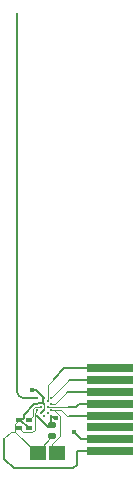
<source format=gbr>
G04 #@! TF.GenerationSoftware,KiCad,Pcbnew,8.0.1*
G04 #@! TF.CreationDate,2025-05-19T13:24:42+01:00*
G04 #@! TF.ProjectId,receiver6,72656365-6976-4657-9236-2e6b69636164,rev?*
G04 #@! TF.SameCoordinates,Original*
G04 #@! TF.FileFunction,Copper,L1,Top*
G04 #@! TF.FilePolarity,Positive*
%FSLAX46Y46*%
G04 Gerber Fmt 4.6, Leading zero omitted, Abs format (unit mm)*
G04 Created by KiCad (PCBNEW 8.0.1) date 2025-05-19 13:24:42*
%MOMM*%
%LPD*%
G01*
G04 APERTURE LIST*
G04 Aperture macros list*
%AMRoundRect*
0 Rectangle with rounded corners*
0 $1 Rounding radius*
0 $2 $3 $4 $5 $6 $7 $8 $9 X,Y pos of 4 corners*
0 Add a 4 corners polygon primitive as box body*
4,1,4,$2,$3,$4,$5,$6,$7,$8,$9,$2,$3,0*
0 Add four circle primitives for the rounded corners*
1,1,$1+$1,$2,$3*
1,1,$1+$1,$4,$5*
1,1,$1+$1,$6,$7*
1,1,$1+$1,$8,$9*
0 Add four rect primitives between the rounded corners*
20,1,$1+$1,$2,$3,$4,$5,0*
20,1,$1+$1,$4,$5,$6,$7,0*
20,1,$1+$1,$6,$7,$8,$9,0*
20,1,$1+$1,$8,$9,$2,$3,0*%
G04 Aperture macros list end*
G04 #@! TA.AperFunction,Conductor*
%ADD10C,0.200000*%
G04 #@! TD*
G04 #@! TA.AperFunction,ConnectorPad*
%ADD11R,4.000000X0.700000*%
G04 #@! TD*
G04 #@! TA.AperFunction,SMDPad,CuDef*
%ADD12R,0.500000X0.400000*%
G04 #@! TD*
G04 #@! TA.AperFunction,SMDPad,CuDef*
%ADD13C,0.227000*%
G04 #@! TD*
G04 #@! TA.AperFunction,SMDPad,CuDef*
%ADD14R,1.400000X1.200000*%
G04 #@! TD*
G04 #@! TA.AperFunction,SMDPad,CuDef*
%ADD15RoundRect,0.140000X-0.170000X0.140000X-0.170000X-0.140000X0.170000X-0.140000X0.170000X0.140000X0*%
G04 #@! TD*
G04 #@! TA.AperFunction,ViaPad*
%ADD16C,0.400000*%
G04 #@! TD*
G04 #@! TA.AperFunction,Conductor*
%ADD17C,0.070000*%
G04 #@! TD*
G04 #@! TA.AperFunction,Conductor*
%ADD18C,0.100000*%
G04 #@! TD*
G04 APERTURE END LIST*
D10*
X151592607Y-89496692D02*
G75*
G02*
X151110025Y-89010000I-7J482592D01*
G01*
D11*
X158950000Y-87000000D03*
X158950000Y-88000000D03*
X158950000Y-89000000D03*
X158950000Y-90000000D03*
X158950000Y-91000000D03*
X158950000Y-92000000D03*
X158950000Y-93000000D03*
X158950000Y-94000000D03*
D12*
X152060000Y-91340000D03*
X151260000Y-91340000D03*
X151260000Y-92040000D03*
X152060000Y-92040000D03*
D13*
X152800000Y-89500000D03*
X153400000Y-89500000D03*
X154000000Y-89500000D03*
X153700000Y-89750000D03*
X152800000Y-90000000D03*
X153400000Y-90000000D03*
X154000000Y-90000000D03*
X153100000Y-90250000D03*
X153700000Y-90250000D03*
X152800000Y-90500000D03*
X153400000Y-90500000D03*
X154000000Y-90500000D03*
X153100000Y-90750000D03*
X153700000Y-90750000D03*
X152800000Y-91000000D03*
X153400000Y-91000000D03*
X154000000Y-91000000D03*
D14*
X154500000Y-94200000D03*
X152900000Y-94200000D03*
D15*
X154050000Y-91800000D03*
X154050000Y-92760000D03*
D16*
X155880000Y-92400000D03*
X154350000Y-91200000D03*
X152350000Y-88800000D03*
D10*
X154000000Y-91000000D02*
X154000000Y-91890000D01*
X152800000Y-91000000D02*
X153740000Y-91940000D01*
X154200000Y-91200000D02*
X154000000Y-91000000D01*
X156480000Y-93000000D02*
X158950000Y-93000000D01*
X154000000Y-91890000D02*
X154050000Y-91940000D01*
D17*
X154140000Y-91850000D02*
X154050000Y-91940000D01*
D10*
X154350000Y-91200000D02*
X154200000Y-91200000D01*
X155880000Y-92400000D02*
X156480000Y-93000000D01*
X154050000Y-91940000D02*
X154050000Y-91800000D01*
X153740000Y-91940000D02*
X154050000Y-91940000D01*
X152350000Y-88800000D02*
X152330000Y-88780000D01*
X153286500Y-89886500D02*
X152913500Y-89886500D01*
X151360000Y-91340000D02*
X152060000Y-92040000D01*
D17*
X150905000Y-92345000D02*
X150905000Y-91695000D01*
X150905000Y-92345000D02*
X150605000Y-92345000D01*
X150905000Y-91695000D02*
X151260000Y-91340000D01*
D10*
X153286500Y-89886500D02*
X153286500Y-89613500D01*
X156150000Y-95170000D02*
X156150000Y-94000000D01*
X151640000Y-91160000D02*
X151640000Y-90910000D01*
X153286500Y-89613500D02*
X153400000Y-89500000D01*
X152700000Y-88800000D02*
X153400000Y-89500000D01*
D18*
X153400000Y-90000000D02*
X153400000Y-90500000D01*
D10*
X150020000Y-92930000D02*
X150020000Y-94680000D01*
D17*
X153000000Y-94100000D02*
X152900000Y-94200000D01*
X150605000Y-92345000D02*
X150020000Y-92930000D01*
D10*
X153400000Y-90000000D02*
X153286500Y-89886500D01*
X151460000Y-91340000D02*
X151640000Y-91160000D01*
D17*
X153000000Y-93810000D02*
X153000000Y-94100000D01*
D10*
X151640000Y-90910000D02*
X152550000Y-90000000D01*
X153400000Y-90500000D02*
X153350000Y-90500000D01*
X152550000Y-90000000D02*
X152800000Y-90000000D01*
D17*
X154050000Y-92760000D02*
X153000000Y-93810000D01*
D10*
X152913500Y-89886500D02*
X152800000Y-90000000D01*
D17*
X152760000Y-94200000D02*
X150905000Y-92345000D01*
D10*
X150020000Y-94680000D02*
X150800000Y-95460000D01*
X152350000Y-88800000D02*
X152700000Y-88800000D01*
X150800000Y-95460000D02*
X155860000Y-95460000D01*
X151260000Y-91340000D02*
X151460000Y-91340000D01*
X156150000Y-94000000D02*
X157700000Y-94000000D01*
X151260000Y-91340000D02*
X151360000Y-91340000D01*
X153350000Y-90500000D02*
X153100000Y-90750000D01*
X155860000Y-95460000D02*
X156150000Y-95170000D01*
D17*
X152900000Y-94200000D02*
X152760000Y-94200000D01*
D10*
X152790000Y-89500000D02*
X151595915Y-89500000D01*
X151595915Y-89500000D02*
X151592607Y-89496692D01*
X151110000Y-88980000D02*
X151110000Y-56880000D01*
D18*
X152566500Y-90733500D02*
X152566500Y-92183500D01*
X151580000Y-92360000D02*
X151260000Y-92040000D01*
X152800000Y-90500000D02*
X152566500Y-90733500D01*
X152566500Y-92183500D02*
X152390000Y-92360000D01*
X152390000Y-92360000D02*
X151580000Y-92360000D01*
D17*
X152620000Y-90250000D02*
X152400000Y-90470000D01*
X152400000Y-90470000D02*
X152400000Y-91000000D01*
X153100000Y-90250000D02*
X152620000Y-90250000D01*
X152400000Y-91000000D02*
X152060000Y-91340000D01*
X154000000Y-89500000D02*
X155500000Y-88000000D01*
D10*
X155500000Y-88000000D02*
X158950000Y-88000000D01*
D17*
X155300000Y-89000000D02*
X154300000Y-90000000D01*
D10*
X155350000Y-89000000D02*
X158950000Y-89000000D01*
D17*
X154300000Y-90000000D02*
X154000000Y-90000000D01*
X155350000Y-89000000D02*
X155300000Y-89000000D01*
D10*
X156350000Y-90000000D02*
X156400000Y-90000000D01*
X156100000Y-90250000D02*
X156350000Y-90000000D01*
X155400000Y-90250000D02*
X156100000Y-90250000D01*
X156400000Y-90000000D02*
X158950000Y-90000000D01*
D17*
X153700000Y-90250000D02*
X155400000Y-90250000D01*
D10*
X155450000Y-91000000D02*
X158950000Y-91000000D01*
D17*
X154735000Y-92735364D02*
X154735000Y-91040527D01*
X154850000Y-90500000D02*
X154000000Y-90500000D01*
X155350000Y-91000000D02*
X154850000Y-90500000D01*
X154070364Y-93770364D02*
X154070364Y-93400000D01*
X154194473Y-90500000D02*
X154000000Y-90500000D01*
X154000000Y-90500000D02*
X154200000Y-90500000D01*
X154500000Y-94200000D02*
X154070364Y-93770364D01*
X154070364Y-93400000D02*
X154735000Y-92735364D01*
X154735000Y-91040527D02*
X154247236Y-90552764D01*
X154200000Y-90500000D02*
X154247236Y-90547236D01*
X155450000Y-91000000D02*
X155350000Y-91000000D01*
X154247236Y-90547236D02*
X154247236Y-90552764D01*
X154247236Y-90552764D02*
X154194473Y-90500000D01*
X154175000Y-87925000D02*
X153700000Y-88400000D01*
X153700000Y-88400000D02*
X153700000Y-89750000D01*
D10*
X155100000Y-87000000D02*
X158950000Y-87000000D01*
X154175000Y-87925000D02*
X155100000Y-87000000D01*
M02*

</source>
